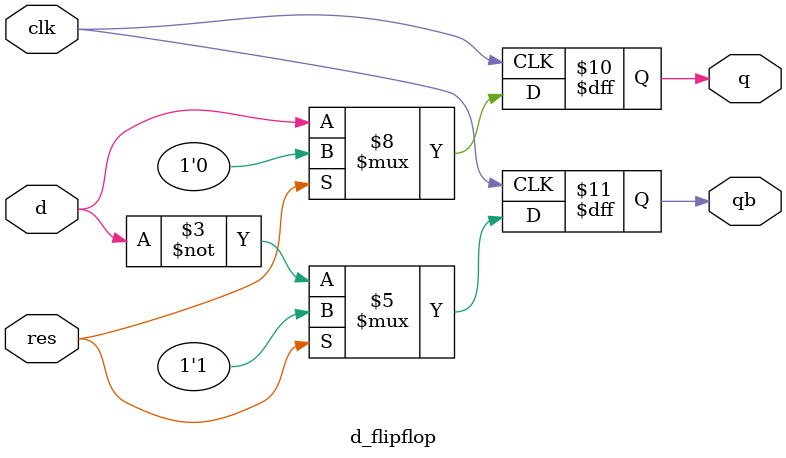
<source format=v>
`timescale 1ns / 1ps


module d_flipflop(q,qb,d,res,clk);

output reg q;
output reg qb;
input d,clk,res;

always@(posedge clk)
begin
if(res==1'b1)
begin

q <= 1'b0;
qb <= 1'b1;

end

else
begin
q <=d;
qb <= ~d;
end


end

endmodule

</source>
